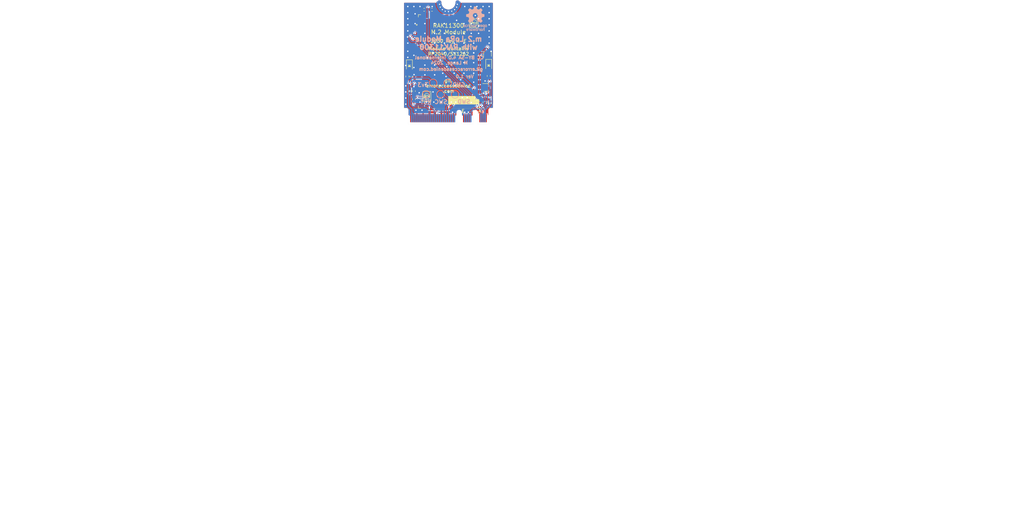
<source format=kicad_pcb>
(kicad_pcb (version 20211014) (generator pcbnew)
  (layers (0 "F.Cu" signal) (31 "B.Cu" signal) (34 "B.Paste" user) (35 "F.Paste" user) (36 "B.SilkS" user "B.Silkscreen") (37 "F.SilkS" user "F.Silkscreen") (38 "B.Mask" user) (39 "F.Mask" user) (44 "Edge.Cuts" user))
  (net 0 "")
  (net 1 "+3V3")
  (net 2 "/SWDIO")
  (net 3 "GND")
  (net 4 "/SWCLK")
  (net 5 "~{RESET}")
  (net 8 "~{LED2}")
  (net 9 "~{LED1}")
  (net 10 "~{W_DISABLE}")
  (net 14 "/BOOT")
  (net 15 "USB_D-")
  (net 16 "USB_D+")
  (net 19 "Net-(D1-Pad2)")
  (net 20 "Net-(D2-Pad2)")
  (net 26 "Net-(D1-Pad1)")
  (net 27 "Net-(D2-Pad1)")
  (net 32 "/I2C1_SCL")
  (net 34 "Net-(J99-Pad52)")
  (net 38 "/I2C1_SDA")
  (net 52 "Net-(U1-Pad29)")
  (net 53 "Net-(U1-Pad27)")
  (net 54 "unconnected-(U1-Pad30)")
  (footprint "ml-symbols:RAK11300" (layer "F.Cu") (at 141.1 78.5)
    (fp_text reference "U1" hide)
    (fp_text value "RAK11300")
  )
  (footprint "Resistor_SMD:R_0402_1005Metric" (layer "F.Cu") (at 132.5 87.8 90)
    (fp_text reference "R1" hide)
    (fp_text value "22R")
  )
  (footprint "Capacitor_SMD:C_0402_1005Metric" (layer "F.Cu") (at 132.5 85.8 90)
    (fp_text reference "C6" hide)
    (fp_text value "0.1uF")
  )
  (footprint "ml-symbols:LED_0603_1608Metric" (layer "F.Cu") (at 150.9 79.4875 -90)
    (fp_text reference "D2" hide)
    (fp_text value "Red")
  )
  (footprint "Capacitor_SMD:C_0603_1608Metric" (layer "F.Cu") (at 150 88.525 -90)
    (fp_text reference "C1" hide)
    (fp_text value "4.7uF")
  )
  (footprint "Capacitor_SMD:C_0402_1005Metric" (layer "F.Cu") (at 151.2 88.8 -90)
    (fp_text reference "C3" hide)
    (fp_text value "0.1uF")
  )
  (footprint "Package_TO_SOT_SMD:SOT-416" (layer "F.Cu") (at 150.6 76.6 90)
    (fp_text reference "Q2" hide)
    (fp_text value "DTC043Z")
  )
  (footprint "Resistor_SMD:R_0402_1005Metric" (layer "F.Cu") (at 131.5 85.81 -90)
    (fp_text reference "R3" hide)
    (fp_text value "10k 1%")
  )
  (footprint "Resistor_SMD:R_0402_1005Metric" (layer "F.Cu") (at 150.9 82.075 90)
    (fp_text reference "R11" hide)
    (fp_text value "xxk")
  )
  (footprint "ml-symbols:m2-padKeyAE" (layer "F.Cu") (at 152 90)
    (fp_text reference "J99" hide)
    (fp_text value "M.2 Socket AE Card Edge" hide)
    (fp_line (start -7.775 4) (end -4.975 4) (layer "Edge.Cuts") (width 0.01))
    (fp_line (start -7.775 4) (end -7.775 1.1) (layer "Edge.Cuts") (width 0.01))
    (fp_line (start -22 0) (end -21.4 0) (layer "Edge.Cuts") (width 0.01))
    (fp_line (start -1.1 4) (end -1.1 0.5) (layer "Edge.Cuts") (width 0.01))
    (fp_line (start 0 0) (end -0.6 0) (layer "Edge.Cuts") (width 0.01))
    (fp_line (start -20.9 4) (end -8.975 4) (layer "Edge.Cuts") (width 0.01))
    (fp_line (start -3.775 4) (end -3.775 1.1) (layer "Edge.Cuts") (width 0.01))
    (fp_line (start -20.9 4) (end -20.9 0.5) (layer "Edge.Cuts") (width 0.01))
    (fp_line (start -8.975 4) (end -8.975 1.1) (layer "Edge.Cuts") (width 0.01))
    (fp_line (start -3.775 4) (end -1.1 4) (layer "Edge.Cuts") (width 0.01))
    (fp_line (start -4.975 4) (end -4.975 1.1) (layer "Edge.Cuts") (width 0.01))
    (fp_arc (start -21.4 0) (mid -21.046447 0.146447) (end -20.9 0.5) (layer "Edge.Cuts") (width 0.01))
    (fp_arc (start -4.975 1.1) (mid -4.375 0.5) (end -3.775 1.1) (layer "Edge.Cuts") (width 0.01))
    (fp_arc (start -1.1 0.5) (mid -0.953553 0.146447) (end -0.6 0) (layer "Edge.Cuts") (width 0.01))
    (fp_arc (start -8.975 1.1) (mid -8.375 0.5) (end -7.775 1.1) (layer "Edge.Cuts") (width 0.01))
  )
  (footprint "ml-symbols:m.2-ngff-outline-copper" (layer "F.Cu") (at 152 90)
    (fp_text reference "J98" hide)
    (fp_text value "m.2-ngff-outline-copper" hide)
    (fp_line (start -22.000007 0) (end -21.999981 -25.826263) (layer "Edge.Cuts") (width 0.01016))
    (fp_line (start -9.199981 -25.999999) (end -0.173202 -26.000761) (layer "Edge.Cuts") (width 0.01016))
    (fp_line (start 0.001778 -25.825755) (end 0 0) (layer "Edge.Cuts") (width 0.01016))
    (fp_line (start -21.825001 -26.001269) (end -12.800025 -25.999999) (layer "Edge.Cuts") (width 0.01016))
    (fp_arc (start -9.199981 -25.999999) (mid -11.000003 -24.199977) (end -12.800025 -25.999999) (layer "Edge.Cuts") (width 0.01016))
    (fp_arc (start -21.999981 -25.826263) (mid -21.948737 -25.950004) (end -21.825003 -26.001267) (layer "Edge.Cuts") (width 0.01016))
    (fp_arc (start -0.1732 -26.000763) (mid -0.049466 -25.949498) (end 0.001778 -25.825755) (layer "Edge.Cuts") (width 0.01016))
  )
  (footprint "Resistor_SMD:R_0402_1005Metric" (layer "F.Cu") (at 130.9 82.2 90)
    (fp_text reference "R10" hide)
    (fp_text value "xxk")
  )
  (footprint "Package_TO_SOT_SMD:SOT-416" (layer "F.Cu") (at 150.3 84.9)
    (fp_text reference "Q1" hide)
    (fp_text value "DTC043Z")
  )
  (footprint "Capacitor_SMD:C_0402_1005Metric" (layer "F.Cu") (at 135.02 65.8 180)
    (fp_text reference "C5" hide)
    (fp_text value "0.1uF")
  )
  (footprint "Capacitor_SMD:C_0402_1005Metric" (layer "F.Cu") (at 131.9 82.22 90)
    (fp_text reference "C2" hide)
    (fp_text value "0.1uF")
  )
  (footprint "Capacitor_SMD:C_0402_1005Metric" (layer "F.Cu") (at 136.96 65.8)
    (fp_text reference "C4" hide)
    (fp_text value "0.1uF")
  )
  (footprint "ml-symbols:LED_0603_1608Metric" (layer "F.Cu") (at 131.4 79.6 -90)
    (fp_text reference "D1" hide)
    (fp_text value "Grn")
  )
  (footprint "TestPoint:TestPoint_Pad_D1.5mm" (layer "B.Cu") (at 139.05 86.6)
    (fp_text reference "TP2" hide)
    (fp_text value "TestPoint_Probe" hide)
  )
  (footprint "TestPoint:TestPoint_Pad_D1.5mm" (layer "B.Cu") (at 137.25 83.8)
    (fp_text reference "TP4" hide)
    (fp_text value "TestPoint_Probe" hide)
  )
  (footprint "TestPoint:TestPoint_Pad_D1.5mm" (layer "B.Cu") (at 135.5 86.6)
    (fp_text reference "TP1" hide)
    (fp_text value "TestPoint_Probe" hide)
  )
  (footprint "Symbol:OSHW-Logo_5.7x6mm_SilkScreen" (layer "B.Cu") (at 147.6 68 180)
    (fp_text reference "REF**" hide)
    (fp_text value "OSHW-Logo_5.7x6mm_SilkScreen" hide)
  )
  (footprint "TestPoint:TestPoint_Pad_D1.5mm" (layer "B.Cu") (at 142.6 86.6)
    (fp_text reference "TP3" hide)
    (fp_text value "TestPoint_Probe" hide)
  )
  (footprint "TestPoint:TestPoint_Pad_D1.5mm" (layer "B.Cu") (at 140.8 83.8)
    (fp_text reference "TP5" hide)
    (fp_text value "TestPoint_Probe" hide)
  )
  (gr_arc (start 143.800017 64.00982) (mid 141.000009 66.809828) (end 138.200001 64.00982) (layer "B.Cu") (width 0.4))
  (gr_rect (start 147.1 87.85) (end 148.5 89) (layer "F.SilkS") (width 0.12) (fill solid))
  (gr_rect (start 147.55 89) (end 141 87.05) (layer "F.SilkS") (width 0.12) (fill solid))
  (gr_text "git.erroraccessdenied.com" (at 141.6 80.4) (layer "B.SilkS") (effects (font (size 0.8 0.8) (thickness 0.2)) (justify mirror)))
  (gr_text "Ver 1.0" (at 145 82.2) (layer "B.SilkS") (effects (font (size 0.8 0.8) (thickness 0.2)) (justify mirror)))
  (gr_text "CC BY-SA 4.0 International\nM Lange, 2024" (at 141.2 78.2) (layer "B.SilkS") (effects (font (size 0.8 0.8) (thickness 0.2)) (justify mirror)))
  (gr_text "m.2 LoRa Module\nwith RAK11300" (at 141 74) (layer "B.SilkS") (effects (font (size 1.25 1.25) (thickness 0.3)) (justify mirror)))
  (gr_text "git.\nerroraccessdenied\n.com" (at 141 84.5) (layer "F.SilkS") (effects (font (size 0.8 0.8))))
  (gr_text "Module contains\nRP2040/SX1262" (at 141 76) (layer "F.SilkS") (effects (font (size 0.8 0.8))))
  (gr_text "RAK11300\nM.2 Module" (at 141 70.5) (layer "F.SilkS") (effects (font (size 1 1))))
  (gr_text "2230 Key A-E" (at 141 73.5) (layer "F.SilkS") (effects (font (size 0.8 0.8) (thickness 0.15) italic)))
  (segment (start 151.1 82.785) (end 150.9 82.585) (width 0.35) (layer "F.Cu") (net 1))
  (segment (start 147.49807 87.8) (end 146.2 87.8) (width 0.35) (layer "F.Cu") (net 1))
  (segment (start 135.75 66.05) (end 135.75 67.175) (width 0.25) (layer "F.Cu") (net 1))
  (segment (start 131.4 85.2) (end 131.5 85.3) (width 0.35) (layer "F.Cu") (net 1))
  (segment (start 150.75 87.75) (end 150.47548 88.02452) (width 0.35) (layer "F.Cu") (net 1))
  (segment (start 147.72259 88.02452) (end 147.49807 87.8) (width 0.35) (layer "F.Cu") (net 1))
  (segment (start 144.1 90.2) (end 144.1 89.875) (width 0.35) (layer "F.Cu") (net 1))
  (segment (start 150.05 87.75) (end 150.75 87.75) (width 0.35) (layer "F.Cu") (net 1))
  (segment (start 131.4 83.9) (end 131.4 85.2) (width 0.35) (layer "F.Cu") (net 1))
  (segment (start 146.2 87.8) (end 145.3 88.7) (width 0.35) (layer "F.Cu") (net 1))
  (segment (start 136.78548 66.10548) (end 136.78548 67.01048) (width 0.35) (layer "F.Cu") (net 1))
  (segment (start 144.4 87.4) (end 145.3 88.3) (width 0.35) (layer "F.Cu") (net 1))
  (segment (start 144.1 89.2) (end 144.1 89.875) (width 0.35) (layer "F.Cu") (net 1))
  (segment (start 136 65.25) (end 136 65.32) (width 0.35) (layer "F.Cu") (net 1))
  (segment (start 136 65.3) (end 135.5 65.8) (width 0.35) (layer "F.Cu") (net 1))
  (segment (start 147.2 87.50193) (end 147.49807 87.8) (width 0.35) (layer "F.Cu") (net 1))
  (segment (start 131.4 83.1) (end 131.01 82.71) (width 0.35) (layer "F.Cu") (net 1))
  (segment (start 131.01 82.71) (end 130.9 82.71) (width 0.35) (layer "F.Cu") (net 1))
  (segment (start 144.6 88.7) (end 144.1 89.2) (width 0.35) (layer "F.Cu") (net 1))
  (segment (start 147.2 85) (end 147.2 87.50193) (width 0.35) (layer "F.Cu") (net 1))
  (segment (start 151.1 83.4) (end 151.1 82.785) (width 0.35) (layer "F.Cu") (net 1))
  (segment (start 136 65.32) (end 136.78548 66.10548) (width 0.35) (layer "F.Cu") (net 1))
  (segment (start 151.2 87.4) (end 151.2 88.2) (width 0.35) (layer "F.Cu") (net 1))
  (segment (start 131.4 83.1) (end 131.8 82.7) (width 0.35) (layer "F.Cu") (net 1))
  (segment (start 136 65.25) (end 136 65.3) (width 0.35) (layer "F.Cu") (net 1))
  (segment (start 150 87.8) (end 150.05 87.75) (width 0.35) (layer "F.Cu") (net 1))
  (segment (start 136.78548 67.01048) (end 136.95 67.175) (width 0.35) (layer "F.Cu") (net 1))
  (segment (start 145.3 90.4) (end 145.3 89.875) (width 0.35) (layer "F.Cu") (net 1))
  (segment (start 145.3 88.7) (end 144.6 88.7) (width 0.35) (layer "F.Cu") (net 1))
  (segment (start 151.2 88.2) (end 150.75 87.75) (width 0.35) (layer "F.Cu") (net 1))
  (segment (start 131.8 82.7) (end 131.9 82.7) (width 0.35) (layer "F.Cu") (net 1))
  (segment (start 150.47548 88.02452) (end 147.72259 88.02452) (width 0.35) (layer "F.Cu") (net 1))
  (segment (start 135.8 67.125) (end 135.75 67.175) (width 0.25) (layer "F.Cu") (net 1))
  (segment (start 131.4 83.1) (end 131.4 83.9) (width 0.35) (layer "F.Cu") (net 1))
  (segment (start 145.3 88.3) (end 145.3 88.7) (width 0.35) (layer "F.Cu") (net 1))
  (segment (start 135.5 65.8) (end 135.75 66.05) (width 0.25) (layer "F.Cu") (net 1))
  (segment (start 145.3 88.7) (end 145.3 89.875) (width 0.35) (layer "F.Cu") (net 1))
  (via (at 144.4 87.4) (size 0.55) (drill 0.35) (layers "F.Cu" "B.Cu") (net 1))
  (via (at 136 65.25) (size 0.55) (drill 0.35) (layers "F.Cu" "B.Cu") (net 1))
  (via (at 147.2 85) (size 0.55) (drill 0.35) (layers "F.Cu" "B.Cu") (net 1))
  (via (at 151.1 83.4) (size 0.55) (drill 0.35) (layers "F.Cu" "B.Cu") (net 1))
  (via (at 151.2 87.4) (size 0.55) (drill 0.35) (layers "F.Cu" "B.Cu") (net 1))
  (via (at 131.4 83.9) (size 0.55) (drill 0.35) (layers "F.Cu" "B.Cu") (net 1))
  (segment (start 144.4 87.4) (end 144.4 87.6) (width 0.35) (layer "B.Cu") (net 1))
  (segment (start 132.5 91.5) (end 132 91) (width 0.35) (layer "B.Cu") (net 1))
  (segment (start 151.2 89.2) (end 150 90.4) (width 0.35) (layer "B.Cu") (net 1))
  (segment (start 137.25 83.8) (end 138.65 85.2) (width 0.35) (layer "B.Cu") (net 1))
  (segment (start 132 90.25) (end 131.200481 89.450481) (width 0.35) (layer "B.Cu") (net 1))
  (segment (start 131.4 83.4) (end 131.4 83.9) (width 0.35) (layer "B.Cu") (net 1))
  (segment (start 151.2 87.4) (end 151.2 83.5) (width 0.35) (layer "B.Cu") (net 1))
  (segment (start 151.2 83.5) (end 151.1 83.4) (width 0.35) (layer "B.Cu") (net 1))
  (segment (start 138.65 85.2) (end 143.2 85.2) (width 0.35) (layer "B.Cu") (net 1))
  (segment (start 131.200481 89.450481) (end 131.200481 84.099519) (width 0.35) (layer "B.Cu") (net 1))
  (segment (start 144.4 86.4) (end 144.4 87.4) (width 0.35) (layer "B.Cu") (net 1))
  (segment (start 132 91) (end 132 90.25) (width 0.35) (layer "B.Cu") (net 1))
  (segment (start 143.2 85.2) (end 144.4 86.4) (width 0.35) (layer "B.Cu") (net 1))
  (segment (start 137.25 83.8) (end 136.05 82.6) (width 0.35) (layer "B.Cu") (net 1))
  (segment (start 132 92.45) (end 132 91) (width 0.35) (layer "B.Cu") (net 1))
  (segment (start 147.2 85) (end 136 73.8) (width 0.35) (layer "B.Cu") (net 1))
  (segment (start 149.5 91.506168) (end 150.006168 91) (width 0.35) (layer "B.Cu") (net 1))
  (segment (start 131.200481 84.099519) (end 131.4 83.9) (width 0.35) (layer "B.Cu") (net 1))
  (segment (start 149.5 92.45) (end 149.5 91.506168) (width 0.35) (layer "B.Cu") (net 1))
  (segment (start 151.2 87.4) (end 151.2 89.2) (width 0.35) (layer "B.Cu") (net 1))
  (segment (start 132.2 82.6) (end 131.4 83.4) (width 0.35) (layer "B.Cu") (net 1))
  (segment (start 132.5 92.45) (end 132.5 91.5) (width 0.35) (layer "B.Cu") (net 1))
  (segment (start 136 73.8) (end 136 65.25) (width 0.35) (layer "B.Cu") (net 1))
  (segment (start 150 90.4) (end 150 92.45) (width 0.35) (layer "B.Cu") (net 1))
  (segment (start 136.05 82.6) (end 132.2 82.6) (width 0.35) (layer "B.Cu") (net 1))
  (segment (start 142.8 88.5) (end 142.8 89.775) (width 0.25) (layer "F.Cu") (net 2))
  (segment (start 142.8 89.775) (end 142.9 89.875) (width 0.25) (layer "F.Cu") (net 2))
  (via (at 142.8 88.5) (size 0.55) (drill 0.35) (layers "F.Cu" "B.Cu") (net 2))
  (segment (start 142.6 86.6) (end 142.6 88.3) (width 0.25) (layer "B.Cu") (net 2))
  (segment (start 141 92.45) (end 141 90.3) (width 0.25) (layer "B.Cu") (net 2))
  (segment (start 142.6 88.3) (end 142.8 88.5) (width 0.25) (layer "B.Cu") (net 2))
  (segment (start 141 90.3) (end 142.8 88.5) (width 0.25) (layer "B.Cu") (net 2))
  (segment (start 132.8 69.2) (end 132.8 66.8) (width 0.25) (layer "F.Cu") (net 3))
  (segment (start 142.25 91.25) (end 142.25 92.45) (width 0.25) (layer "F.Cu") (net 3))
  (segment (start 130.5 89) (end 130.5 84.5) (width 0.25) (layer "F.Cu") (net 3))
  (segment (start 151.4 84.2) (end 150.9 84.2) (width 0.25) (layer "F.Cu") (net 3))
  (segment (start 148.475 72.8) (end 146.55 72.8) (width 0.25) (layer "F.Cu") (net 3))
  (segment (start 132.5 79.9) (end 132.17452 79.57452) (width 0.25) (layer "F.Cu") (net 3))
  (segment (start 142.4 76.4) (end 142.4 78.8) (width 0.25) (layer "F.Cu") (net 3))
  (segment (start 151 65.4) (end 151 65) (width 0.25) (layer "F.Cu") (net 3))
  (segment (start 151.8 83.4) (end 151.8 87.97307) (width 0.25) (layer "F.Cu") (net 3))
  (segment (start 150.2 85.4) (end 150.325489 85.274511) (width 0.25) (layer "F.Cu") (net 3))
  (segment (start 150.325489 85.274511) (end 150.325489 83.625489) (width 0.25) (layer "F.Cu") (net 3))
  (segment (start 139.6 81.4) (end 139.6 80.8) (width 0.25) (layer "F.Cu") (net 3))
  (segment (start 131.5 90) (end 130.5 89) (width 0.25) (layer "F.Cu") (net 3))
  (segment (start 136.650489 64.650489) (end 134.349511 64.650489) (width 0.25) (layer "F.Cu") (net 3))
  (segment (start 151.8 78) (end 151.8 83.4) (width 0.25) (layer "F.Cu") (net 3))
  (segment (start 144.8 76.4) (end 147.2 76.4) (width 0.25) (layer "F.Cu") (net 3))
  (segment (start 133 90.7) (end 133.3 91) (width 0.25) (layer "F.Cu") (net 3))
  (segment (start 136.25 91.25) (end 136.25 92.45) (width 0.25) (layer "F.Cu") (net 3))
  (segment (start 135.7 89.875) (end 135.675 89.85) (width 0.25) (layer "F.Cu") (net 3))
  (segment (start 140.8 79.8) (end 140.6 79.8) (width 0.25) (layer "F.Cu") (net 3))
  (segment (start 142.9 68.25) (end 146.5 68.25) (width 0.25) (layer "F.Cu") (net 3))
  (segment (start 140 76.4) (end 140 69) (width 0.25) (layer "F.Cu") (net 3))
  (segment (start 147.2 83.6) (end 140 76.4) (width 0.25) (layer "F.Cu") (net 3))
  (segment (start 151.2 89.3) (end 150 89.3) (width 0.25) (layer "F.Cu") (net 3))
  (segment (start 131.9 81.74) (end 131.9 81.130799) (width 0.25) (layer "F.Cu") (net 3))
  (segment (start 147.2 83.6) (end 147.2 76.4) (width 0.25) (layer "F.Cu") (net 3))
  (segment (start 130.5 79.5) (end 130.5 78) (width 0.25) (layer "F.Cu") (net 3))
  (segment (start 151.5 74.5) (end 151.5 76) (width 0.25) (layer "F.Cu") (net 3))
  (segment (start 134.54 65.8) (end 134.54 65.54) (width 0.25) (layer "F.Cu") (net 3))
  (segment (start 139.25 92.45) (end 139.25 91.125978) (width 0.25) (layer "F.Cu") (net 3))
  (segment (start 139.2 81.8) (end 137.6 81.8) (width 0.25) (layer "F.Cu") (net 3))
  (segment (start 146.55 67.175) (end 147.425 67.175) (width 0.25) (layer "F.Cu") (net 3))
  (segment (start 138.15 68.15) (end 138.15 67.175) (width 0.25) (layer "F.Cu") (net 3))
  (segment (start 147.57596 88.52404) (end 149.42404 88.52404) (width 0.25) (layer "F.Cu") (net 3))
  (segment (start 135.8 77.6) (end 140.4 82.2) (width 0.25) (layer "F.Cu") (net 3))
  (segment (start 134.75 91.15) (end 134.75 92.45) (width 0.25) (layer "F.Cu") (net 3))
  (segment (start 135.7 89.875) (end 135.7 88.5) (width 0.25) (layer "F.Cu") (net 3))
  (segment (start 142.95 67.175) (end 142.95 66.55) (width 0.25) (layer "F.Cu") (net 3))
  (segment (start 151.1 77.25) (end 151.1 77.8) (width 0.25) (layer "F.Cu") (net 3))
  (segment (start 146.5 89.6) (end 147.57596 88.52404) (width 0.25) (layer "F.Cu") (net 3))
  (segment (start 134.5 90.5) (end 134 91) (width 0.25) (layer "F.Cu") (net 3))
  (segment (start 142.9 68.25) (end 138.25 68.25) (width 0.25) (layer "F.Cu") (net 3))
  (segment (start 144.8 76.4) (end 137.2 76.4) (width 0.25) (layer "F.Cu") (net 3))
  (segment (start 151.8 88.70693) (end 151.8 88.8) (width 0.25) (layer "F.Cu") (net 3))
  (segment (start 132.5 84.7) (end 132.006485 84.206485) (width 0.25) (layer "F.Cu") (net 3))
  (segment (start 131.75 90) (end 131.5 90) (width 0.25) (layer "F.Cu") (net 3))
  (segment (start 137.2 76.4) (end 135.2 78.4) (width 0.25) (layer "F.Cu") (net 3))
  (segment (start 146.5 89.875) (end 146.825 90.2) (width 0.25) (layer "F.Cu") (net 3))
  (segment (start 134.5 90.9) (end 134.75 91.15) (width 0.25) (layer "F.Cu") (net 3))
  (segment (start 137.6 81.8) (end 137.6 79.4) (width 0.25) (layer "F.Cu") (net 3))
  (segment (start 137.6 83) (end 137.6 81.8) (width 0.25) (layer "F.Cu") (net 3))
  (segment (start 144.8 69.2) (end 147.8 69.2) (width 0.25) (layer "F.Cu") (net 3))
  (segment (start 132.8 66.8) (end 134.2 66.8) (width 0.25) (layer "F.Cu") (net 3))
  (segment (start 134.349511 64.650489) (end 134 65) (width 0.25) (layer "F.Cu") (net 3))
  (segment (start 137.44 65.8) (end 137.44 65.44) (width 0.25) (layer "F.Cu") (net 3))
  (segment (start 151 65) (end 151 74) (width 0.25) (layer "F.Cu") (net 3))
  (segment (start 139.6 80.8) (end 140.6 79.8) (width 0.25) (layer "F.Cu") (net 3))
  (segment (start 135.2 74) (end 144.8 74) (width 0.25) (layer "F.Cu") (net 3))
  (segment (start 150.325489 83.625489) (end 150 83.3) (width 0.25) (layer "F.Cu") (net 3))
  (segment (start 145.5 65) (end 146.55 66.05) (width 0.25) (layer "F.Cu") (net 3))
  (segment (start 150.25 89.35) (end 150.25 92.45) (width 0.25) (layer "F.Cu") (net 3))
  (segment (start 135.4 84.6) (end 135.4 84.2) (width 0.25) (layer "F.Cu") (net 3))
  (segment (start 136.5 91) (end 136.25 91.25) (width 0.25) (layer "F.Cu") (net 3))
  (segment (start 151.5 76) (end 151.5 76.85) (width 0.25) (layer "F.Cu") (net 3))
  (segment (start 132.5 85.32) (end 132.5 84.7) (width 0.25) (layer "F.Cu") (net 3))
  (segment (start 145.9005 90.975498) (end 146.5 90.375998) (width 0.25) (layer "F.Cu") (net 3))
  (segment (start 140.75 91.125978) (end 140.750489 91.125489) (width 0.25) (layer "F.Cu") (net 3))
  (segment (start 146.5 68.25) (end 146.55 68.2) (width 0.25) (layer "F.Cu") (net 3))
  (segment (start 132.5 85.32) (end 132.68 85.5) (width 0.25) (layer "F.Cu") (net 3))
  (segment (start 140.6 79.8) (end 137.2 76.4) (width 0.25) (layer "F.Cu") (net 3))
  (segment (start 140.6 91.1) (end 140.75 91.25) (width 0.25) (layer "F.Cu") (net 3))
  (segment (start 131.9 81.74) (end 132.54 81.74) (width 0.25) (layer "F.Cu") (net 3))
  (segment (start 134.75 89.85) (end 134.75 92.45) (width 0.25) (layer "F.Cu") (net 3))
  (segment (start 149.6 86.3) (end 149.65 86.25) (width 0.25) (layer "F.Cu") (net 3))
  (segment (start 135.2 69.2) (end 131 65) (width 0.25) (layer "F.Cu") (net 3))
  (segment (start 147.2 74) (end 147.2 76.4) (width 0.25) (layer "F.Cu") (net 3))
  (segment (start 138.8 84.2) (end 139 84.4) (width 0.25) (layer "F.Cu") (net 3))
  (segment (start 150.96202 77.93798) (end 150.418721 77.93798) (width 0.25) (layer "F.Cu") (net 3))
  (segment (start 150.418721 77.93798) (end 149.982141 78.37456) (width 0.25) (layer "F.Cu") (net 3))
  (segment (start 135.2 79.4) (end 137.6 79.4) (width 0.25) (layer "F.Cu") (net 3))
  (segment (start 143 68.4) (end 143 69.2) (width 0.25) (layer "F.Cu") (net 3))
  (segment (start 137.624022 91) (end 136.5 91) (width 0.25) (layer "F.Cu") (net 3))
  (segment (start 144.8 71.6) (end 148.4 71.6) (width 0.25) (layer "F.Cu") (net 3))
  (segment (start 148.4 68) (end 148.4 71.6) (width 0.25) (layer "F.Cu") (net 3))
  (segment (start 135.2 77) (end 135.2 74) (width 0.25) (layer "F.Cu") (net 3))
  (segment (start 144.8 71.6) (end 135.2 71.6) (width 0.25) (layer "F.Cu") (net 3))
  (segment (start 142.4 78.8) (end 139.6 78.8) (width 0.25) (layer "F.Cu") (net 3))
  (segment (start 140.4 82.2) (end 141.6 82.2) (width 0.25) (layer "F.Cu") (net 3))
  (segment (start 140.750489 91.125489) (end 142.125489 91.125489) (width 0.25) (layer "F.Cu") (net 3))
  (segment (start 138.15 66.05) (end 137.9 65.8) (width 0.25) (layer "F.Cu") (net 3))
  (segment (start 147.9 90.2) (end 148.75 91.05) (width 0.25) (layer "F.Cu") (net 3))
  (segment (start 136.25 92.45) (end 136.25 91.125978) (width 0.25) (layer "F.Cu") (net 3))
  (segment (start 146.55 66.05) (end 146.55 67.175) (width 0.25) (layer "F.Cu") (net 3))
  (segment (start 141.6 78.8) (end 140.6 79.8) (width 0.25) (layer "F.Cu") (net 3))
  (segment (start 142.4 78.8) (end 141.6 78.8) (width 0.25) (layer "F.Cu") (net 3))
  (segment (start 149.42404 88.52404) (end 150.25 89.35) (width 0.25) (layer "F.Cu") (net 3))
  (segment (start 132.54 80.86) (end 132.54 80.04) (width 0.25) (layer "F.Cu") (net 3))
  (segment (start 138.15 67.175) (end 138.15 68.65) (width 0.25) (layer "F.Cu") (net 3))
  (segment (start 146.6 71.6) (end 146.6 73.4) (width 0.25) (layer "F.Cu") (net 3))
  (segment (start 151.8 87.97307) (end 151.83452 88.00759) (width 0.25) (layer "F.Cu") (net 3))
  (segment (start 135.2 78.4) (end 135.2 79.4) (width 0.25) (layer "F.Cu") (net 3))
  (segment (start 139.25 92.45) (end 139.25 89.925) (width 0.25) (layer "F.Cu") (net 3))
  (segment (start 151.83452 88.00759) (end 151.83452 88.67241) (width 0.25) (layer "F.Cu") (net 3))
  (segment (start 150.25 90.25) (end 150.25 91.25) (width 0.25) (layer "F.Cu") (net 3))
  (segment (start 134.54 65.54) (end 134 65) (width 0.25) (layer "F.Cu") (net 3))
  (segment (start 146.55 68.2) (end 146.55 67.175) (width 0.25) (layer "F.Cu") (net 3))
  (segment (start 139.6 81.4) (end 139.2 81.8) (width 0.25) (layer "F.Cu") (net 3))
  (segment (start 144.6 86) (end 145.8 84.8) (width 0.25) (layer "F.Cu") (net 3))
  (segment (start 139.275978 91.1) (end 140.6 91.1) (width 0.25) (layer "F.Cu") (net 3))
  (segment (start 131 74) (end 131 65) (width 0.25) (layer "F.Cu") (net 3))
  (segment (start 139.3 88.5) (end 139.3 89.875) (width 0.25) (layer "F.Cu") (net 3))
  (segment (start 137.6 69.2) (end 137.6 76) (width 0.25) (layer "F.Cu") (net 3))
  (segment (start 139 84.4) (end 137.6 83) (width 0.25) (layer "F.Cu") (net 3))
  (segment (start 148.475 71.675) (end 148.4 71.6) (width 0.25) (layer "F.Cu") (net 3))
  (segment (start 138.15 68.65) (end 137.6 69.2) (width 0.25) (layer "F.Cu") (net 3))
  (segment (start 150.9 84.2) (end 150 83.3) (width 0.25) (layer "F.Cu") (net 3))
  (segment (start 142.4 69) (end 143 68.4) (width 0.25) (layer "F.Cu") (net 3))
  (segment (start 132.54 83.06) (end 132.54 81.74) (width 0.25) (layer "F.Cu") (net 3))
  (segment (start 137.44 65.44) (end 137 65) (width 0.25) (layer "F.Cu") (net 3))
  (segment (start 151.83452 88.67241) (end 151.8 88.70693) (width 0.25) (layer "F.Cu") (net 3))
  (segment (start 141 86) (end 142.6 84.4) (width 0.25) (layer "F.Cu") (net 3))
  (segment (start 144.8 82.2) (end 144 83) (width 0.25) (layer "F.Cu") (net 3))
  (segment (start 151.1 77.3) (end 151.8 78) (width 0.25) (layer "F.Cu") (net 3))
  (segment (start 133.8 86.2) (end 135.4 84.6) (width 0.25) (layer "F.Cu") (net 3))
  (segment (start 131.75 92.45) (end 131.75 90.95) (width 0.25) (layer "F.Cu") (net 3))
  (segment (start 151.5 76.85) (end 151.1 77.25) (width 0.25) (layer "F.Cu") (net 3))
  (segment (start 151 74) (end 151.5 74.5) (width 0.25) (layer "F.Cu") (net 3))
  (segment (start 133.3 85.5) (end 133.8 86) (width 0.25) (layer "F.Cu") (net 3))
  (segment (start 130.2 84.2) (end 130.2 79.8) (width 0.25) (layer "F.Cu") (net 3))
  (segment (start 133.8 86) (end 133.8 86.2) (width 0.25) (layer "F.Cu") (net 3))
  (segment (start 132.8 69.2) (end 143 69.2) (width 0.25) (layer "F.Cu") (net 3))
  (segment (start 151.2 89.3) (end 150.25 90.25) (width 0.25) (layer "F.Cu") (net 3))
  (segment (start 135.7 89.875) (end 135.7 90.9) (width 0.25) (layer "F.Cu") (net 3))
  (segment (start 132.5 80) (end 132.5 79.9) (width 0.25) (layer "F.Cu") (net 3))
  (segment (start 136.124022 91) (end 135.8 91) (width 0.25) (layer "F.Cu") (net 3))
  (segment (start 151.3 89.3) (end 151.2 89.3) (width 0.25) (layer "F.Cu") (net 3))
  (segment (start 137.75 91.125978) (end 137.624022 91) (width 0.25) (layer "F.Cu") (net 3))
  (segment (start 132.006485 84.206485) (end 132.006485 83.593515) (width 0.25) (layer "F.Cu") (net 3))
  (segment (start 146.55 72.8) (end 146.55 67.175) (width 0.25) (layer "F.Cu") (net 3))
  (segment (start 135.2 74) (end 135.2 84) (width 0.25) (layer "F.Cu") (net 3))
  (segment (start 139.25 89.925) (end 139.3 89.875) (width 0.25) (layer "F.Cu") (net 3))
  (segment (start 134.5 90.5) (end 134.5 90.9) (width 0.25) (layer "F.Cu") (net 3))
  (segment (start 148.475 72.8) (end 148.475 71.675) (width 0.25) (layer "F.Cu") (net 3))
  (segment (start 151.1 77.25) (end 151.1 77.3) (width 0.25) (layer "F.Cu") (net 3))
  (segment (start 145.6 84.8) (end 145.8 84.8) (width 0.25) (layer "F.Cu") (net 3))
  (segment (start 144.2 86) (end 144.6 86) (width 0.25) (layer "F.Cu") (net 3))
  (segment (start 147.2 78.8) (end 142.4 78.8) (width 0.25) (layer "F.Cu") (net 3))
  (segment (start 131 77.5) (end 131 76) (width 0.25) (layer "F.Cu") (net 3))
  (segment (start 135 91) (end 134.5 90.5) (width 0.25) (layer "F.Cu") (net 3))
  (segment (start 151.8 88.8) (end 151.3 89.3) (width 0.25) (layer "F.Cu") (net 3))
  (segment (start 135.2 81.8) (end 137.6 81.8) (width 0.25) (layer "F.Cu") (net 3))
  (segment (start 148.75 91.05) (end 148.75 92.45) (width 0.25) (layer "F.Cu") (net 3))
  (segment (start 135.7 88.5) (end 139.3 88.5) (width 0.25) (layer "F.Cu") (net 3))
  (segment (start 138.15 67.175) (end 138.15 66.05) (width 0.25) (layer "F.Cu") (net 3))
  (segment (start 145 65) (end 151 65) (width 0.25) (layer "F.Cu") (net 3))
  (segment (start 135.8 77.6) (end 135.2 77) (width 0.25) (layer "F.Cu") (net 3))
  (segment (start 144.5 65) (end 145.5 65) (width 0.25) (layer "F.Cu") (net 3))
  (segment (start 137.2 76.4) (end 135.2 74.4) (width 0.25) (layer "F.Cu") (net 3))
  (segment (start 141.6 82.2) (end 142.4 81.4) (width 0.25) (layer "F.Cu") (net 3))
  (segment (start 137.9 65.8) (end 137.44 65.8) (width 0.25) (layer "F.Cu") (net 3))
  (segment (start 140.4 82.2) (end 145.6 87.4) (width 0.25) (layer "F.Cu") (net 3))
  (segment (start 137.6 79.4) (end 137.8 79.4) (width 0.25) (layer "F.Cu") (net 3))
  (segment (start 133 90.5) (end 132.55 90.95) (width 0.25) (layer "F.Cu") (net 3))
  (segment (start 142.6 84.4) (end 144 83) (width 0.25) (layer "F.Cu") (net 3))
  (segment (start 139 84.4) (end 139.2 84.4) (width 0.25) (layer "F.Cu") (net 3))
  (segment (start 139 84.4) (end 137.4 86) (width 0.25) (layer "F.Cu") (net 3))
  (segment (start 140.75 92.45) (end 140.75 91.125978) (width 0.25) (layer "F.Cu") (net 3))
  (segment (start 135.8 91) (end 135 91) (width 0.25) (layer "F.Cu") (net 3))
  (segment (start 137.6 81.8) (end 140 81.8) (width 0.25) (layer "F.Cu") (net 3))
  (segment (start 137.4 86) (end 137.2 86) (width 0.25) (layer "F.Cu") (net 3))
  (segment (start 149.65 85.4) (end 150.2 85.4) (width 0.25) (layer "F.Cu") (net 3))
  (segment (start 142.95 67.175) (end 142.95 68.2) (width 0.25) (layer "F.Cu") (net 3))
  (segment (start 146.5 90.375998) (end 146.5 89.875) (width 0.25) (layer "F.Cu") (net 3))
  (segment (start 132.1708 80.86) (end 132.54 80.86) (width 0.25) (layer "F.Cu") (net 3))
  (segment (start 144.8 69.2) (end 144.8 76.4) (width 0.25) (layer "F.Cu") (net 3))
  (segment (start 137.6 76) (end 137.2 76.4) (width 0.25) (layer "F.Cu") (net 3))
  (segment (start 137.8 79.4) (end 139 78.2) (width 0.25) (layer "F.Cu") (net 3))
  (segment (start 131 65) (end 134 65) (width 0.25) (layer "F.Cu") (net 3))
  (segment (start 147.6 67.2) (end 148.4 68) (width 0.25) (layer "F.Cu") (net 3))
  (segment (start 135.2 74) (end 135.2 69.2) (width 0.25) (layer "F.Cu") (net 3))
  (segment (start 139.2 84.4) (end 140.8 86) (width 0.25) (layer "F.Cu") (net 3))
  (segment (start 150.7 72.8) (end 151 72.5) (width 0.25) (layer "F.Cu") (net 3))
  (segment (start 132.006485 83.593515) (end 132.54 83.06) (width 0.25) (layer "F.Cu") (net 3))
  (segment (start 133 90.5) (end 133 90.7) (width 0.25) (layer "F.Cu") (net 3))
  (segment (start 132.55 90.95) (end 131.75 90.95) (width 0.25) (layer "F.Cu") (net 3))
  (segment (start 144.8 76.4) (end 144.8 82.2) (width 0.25) (layer "F.Cu") (net 3))
  (segment (start 137 65) (end 136.650489 64.650489) (width 0.25) (layer "F.Cu") (net 3))
  (segment (start 140.75 91.25) (end 140.75 92.45) (width 0.25) (layer "F.Cu") (net 3))
  (segment (start 142.125489 91.125489) (end 142.25 91.25) (width 0.25) (layer "F.Cu") (net 3))
  (segment (start 136.25 91.125978) (end 136.124022 91) (width 0.25) (layer "F.Cu") (net 3))
  (segment (start 148.4 68) (end 151 65.4) (width 0.25) (layer "F.Cu") (net 3))
  (segment (start 146.605288 89.907178) (end 146.638739 89.873727) (width 0.25) (layer "F.Cu") (net 3))
  (segment (start 133.3 91) (end 133.25 91.05) (width 0.25) (layer "F.Cu") (net 3))
  (segment (start 147.2 74) (end 144.8 74) (width 0.25) (layer "F.Cu") (net 3))
  (segment (start 132.54 81.74) (end 132.54 80.86) (width 0.25) (layer "F.Cu") (net 3))
  (segment (start 139.25 91.125978) (end 139.275978 91.1) (width 0.25) (layer "F.Cu") (net 3))
  (segment (start 140 81.8) (end 140.4 82.2) (width 0.25) (layer "F.Cu") (net 3))
  (segment (start 137.75 92.45) (end 137.75 91.125978) (width 0.25) (layer "F.Cu") (net 3))
  (segment (start 132.68 85.5) (end 133.3 85.5) (width 0.25) (layer "F.Cu") (net 3))
  (segment (start 140.6 79.8) (end 145.6 84.8) (width 0.25) (layer "F.Cu") (net 3))
  (segment (start 149.65 86.25) (end 149.65 85.4) (width 0.25) (layer "F.Cu") (net 3))
  (segment (start 142.95 66.55) (end 144.5 65) (width 0.25) (layer "F.Cu") (net 3))
  (segment (start 130.5 78) (end 131 77.5) (width 0.25) (layer "F.Cu") (net 3))
  (segment (start 140.8 86) (end 141 86) (width 0.25) (layer "F.Cu") (net 3))
  (segment (start 134 91) (end 133.3 91) (width 0.25) (layer "F.Cu") (net 3))
  (segment (start 151.8 83.4) (end 151.8 83.8) (width 0.25) (layer "F.Cu") (net 3))
  (segment (start 146.6 73.4) (end 147.2 74) (width 0.25) (layer "F.Cu") (net 3))
  (segment (start 147.8 69.2) (end 148.4 69.8) (width 0.25) (layer "F.Cu") (net 3))
  (segment (start 140.4 83) (end 140.4 82.2) (width 0.25) (layer "F.Cu") (net 3))
  (segment (start 151.8 83.8) (end 151.4 84.2) (width 0.25) (layer "F.Cu") (net 3))
  (segment (start 139.6 78.8) (end 139 78.2) (width 0.25) (layer "F.Cu") (net 3))
  (segment (start 146 84.8) (end 147.2 83.6) (width 0.25) (layer "F.Cu") (net 3))
  (segment (start 145.8 84.8) (end 146 84.8) (width 0.25) (layer "F.Cu") (net 3))
  (segment (start 135.4 84.2) (end 137.6 82) (width 0.25) (layer "F.Cu") (net 3))
  (segment (start 132.54 80.04) (end 132.5 80) (width 0.25) (layer "F.Cu") (net 3))
  (segment (start 138.25 68.25) (end 138.15 68.15) (width 0.25) (layer "F.Cu") (net 3))
  (segment (start 143 69.2) (end 144.8 69.2) (width 0.25) (layer "F.Cu") (net 3))
  (segment (start 131.9 81.130799) (end 132.1708 80.86) (width 0.25) (layer "F.Cu") (net 3))
  (segment (start 135.8 91) (end 135.7 90.9) (width 0.25) (layer "F.Cu") (net 3))
  (segment (start 130.5 84.5) (end 130.2 84.2) (width 0.25) (layer "F.Cu") (net 3))
  (segment (start 146.825 90.2) (end 147.9 90.2) (width 0.25) (layer "F.Cu") (net 3))
  (segment (start 134.54 66.46) (end 134.54 65.8) (width 0.25) (layer "F.Cu") (net 3))
  (segment (start 130.2 79.8) (end 130.5 79.5) (width 0.25) (layer "F.Cu") (net 3))
  (segment (start 135.2 74.4) (end 135.2 74) (width 0.25) (layer "F.Cu") (net 3))
  (segment (start 130.57452 79.57452) (end 130.5 79.5) (width 0.25) (layer "F.Cu") (net 3))
  (segment (start 142.4 76.4) (end 142.4 69) (width 0.25) (layer "F.Cu") (net 3))
  (segment (start 132.17452 79.57452) (end 130.57452 79.57452) (width 0.25) (layer "F.Cu") (net 3))
  (segment (start 131 76) (end 131 74) (width 0.25) (layer "F.Cu") (net 3))
  (segment (start 146.5 89.875) (end 146.5 89.6) (width 0.25) (layer "F.Cu") (net 3))
  (segment (start 131.75 90.95) (end 131.75 90) (width 0.25) (layer "F.Cu") (net 3))
  (segment (start 148.475 72.8) (end 150.7 72.8) (width 0.25) (layer "F.Cu") (net 3))
  (segment (start 142.95 68.2) (end 142.9 68.25) (width 0.25) (layer "F.Cu") (net 3))
  (segment (start 135.675 89.85) (end 134.75 89.85) (width 0.25) (layer "F.Cu") (net 3))
  (segment (start 151.1 77.8) (end 150.96202 77.93798) (width 0.25) (layer "F.Cu") (net 3))
  (segment (start 135.2 84) (end 135.4 84.2) (width 0.25) (layer "F.Cu") (net 3))
  (segment (start 135.4 84.2) (end 137.2 86) (width 0.25) (layer "F.Cu") (net 3))
  (segment (start 137.6 82) (end 137.6 81.8) (width 0.25) (layer "F.Cu") (net 3))
  (segment (start 133.25 91.05) (end 133.25 92.45) (width 0.25) (layer "F.Cu") (net 3))
  (segment (start 139 84.4) (end 140.4 83) (width 0.25) (layer "F.Cu") (net 3))
  (segment (start 134.2 66.8) (end 134.54 66.46) (width 0.25) (layer "F.Cu") (net 3))
  (via (at 146.6 71.6) (size 0.55) (drill 0.35) (layers "F.Cu" "B.Cu") (net 3))
  (via (at 151 69.5) (size 0.55) (drill 0.35) (layers "F.Cu" "B.Cu") (net 3))
  (via (at 139.2 88.5) (size 0.55) (drill 0.35) (layers "F.Cu" "B.Cu") (net 3))
  (via (at 144.8 74) (size 0.55) (drill 0.35) (layers "F.Cu" "B.Cu") (net 3))
  (via (at 132.8 69.2) (size 0.55) (drill 0.35) (layers "F.Cu" "B.Cu") (net 3))
  (via (at 147.2 83.6) (size 0.55) (drill 0.35) (layers "F.Cu" "B.Cu") (net 3))
  (via (at 148 65) (size 0.55) (drill 0.35) (layers "F.Cu" "B.Cu") (net 3))
  (via (at 148.4 71.6) (size 0.55) (drill 0.35) (layers "F.Cu" "B.Cu") (net 3))
  (via (at 142 91) (size 0.55) (drill 0.35) (layers "F.Cu" "B.Cu") (net 3))
  (via (at 130.5 79.5) (size 0.55) (drill 0.35) (layers "F.Cu" "B.Cu") (net 3))
  (via (at 132.5 77) (size 0.55) (drill 0.35) (layers "F.Cu" "B.Cu") (net 3))
  (via (at 134 65) (size 0.55) (drill 0.35) (layers "F.Cu" "B.Cu") (net 3))
  (via (at 151 74) (size 0.55) (drill 0.35) (layers "F.Cu" "B.Cu") (net 3))
  (via (at 137.2 76.4) (size 0.55) (drill 0.35) (layers "F.Cu" "B.Cu") (net 3))
  (via (at 142.4 71.6) (size 0.55) (drill 0.35) (layers "F.Cu" "B.Cu") (net 3))
  (via (at 140 76.4) (size 0.55) (drill 0.35) (layers "F.Cu" "B.Cu") (net 3))
  (via (at 137.4 88.5) (size 0.55) (drill 0.35) (layers "F.Cu" "B.Cu") (net 3))
  (via (at 141 86) (size 0.55) (drill 0.35) (layers "F.Cu" "B.Cu") (net 3))
  (via (at 142.4 74) (size 0.55) (drill 0.35) (layers "F.Cu" "B.Cu") (net 3))
  (via (at 137.6 69.2) (size 0.55) (drill 0.35) (layers "F.Cu" "B.Cu") (net 3))
  (via (at 151 71) (size 0.55) (drill 0.35) (layers "F.Cu" "B.Cu") (net 3))
  (via (at 140.6 79.8) (size 0.55) (drill 0.35) (layers "F.Cu" "B.Cu") (net 3))
  (via (at 139 78.2) (size 0.55) (drill 0.35) (layers "F.Cu" "B.Cu") (net 3))
  (via (at 135.2 69.2) (size 0.55) (drill 0.35) (layers "F.Cu" "B.Cu") (net 3))
  (via (at 133 90.5) (size 0.55) (drill 0.35) (layers "F.Cu" "B.Cu") (net 3))
  (via (at 130.5 84.5) (size 0.55) (drill 0.35) (layers "F.Cu" "B.Cu") (net 3))
  (via (at 145.8 84.8) (size 0.55) (drill 0.35) (layers "F.Cu" "B.Cu") (net 3))
  (via (at 135.8 77.6) (size 0.55) (drill 0.35) (layers "F.Cu" "B.Cu") (net 3))
  (via (at 145 65) (size 0.55) (drill 0.35) (layers "F.Cu" "B.Cu") (net 3))
  (via (at 137.6 71.6) (size 0.55) (drill 0.35) (layers "F.Cu" "B.Cu") (net 3))
  (via (at 148.4 68) (size 0.55) (drill 0.35) (layers "F.Cu" "B.Cu") (net 3))
  (via (at 131 68) (size 0.55) (drill 0.35) (layers "F.Cu" "B.Cu") (net 3))
  (via (at 131 76) (size 0.55) (drill 0.35) (layers "F.Cu" "B.Cu") (net 3))
  (via (at 130.5 89) (size 0.55) (drill 0.35) (layers "F.Cu" "B.Cu") (net 3))
  (via (at 133.8 86.2) (size 0.55) (drill 0.35) (layers "F.Cu" "B.Cu") (net 3))
  (via (at 140 71.6) (size 0.55) (drill 0.35) (layers "F.Cu" "B.Cu") (net 3))
  (via (at 147.2 74) (size 0.55) (drill 0.35) (layers "F.Cu" "B.Cu") (net 3))
  (via (at 137.6 79.4) (size 0.55) (drill 0.35) (layers "F.Cu" "B.Cu") (net 3))
  (via (at 140.4 82.2) (size 0.55) (drill 0.35) (layers "F.Cu" "B.Cu") (net 3))
  (via (at 139 84.4) (size 0.55) (drill 0.35) (layers "F.Cu" "B.Cu") (net 3))
  (via (at 151.5 76) (size 0.55) (drill 0.35) (layers "F.Cu" "B.Cu") (net 3))
  (via (at 139.6 81.4) (size 0.55) (drill 0.35) (layers "F.Cu" "B.Cu") (net 3))
  (via (at 147.2 78.8) (size 0.55) (drill 0.35) (layers "F.Cu" "B.Cu") (net 3))
  (via (at 135.2 74) (size 0.55) (drill 0.35) (layers "F.Cu" "B.Cu") (net 3))
  (via (at 147.2 76.4) (size 0.55) (drill 0.35) (layers "F.Cu" "B.Cu") (net 3))
  (via (at 130.93877 72.495592) (size 0.55) (drill 0.35) (layers "F.Cu" "B.Cu") (net 3))
  (via (at 144.8 81.4) (size 0.55) (drill 0.35) (layers "F.Cu" "B.Cu") (net 3))
  (via (at 146.6 69.2) (size 0.55) (drill 0.35) (layers "F.Cu" "B.Cu") (net 3))
  (via (at 143 68.4) (size 0.55) (drill 0.35) (layers "F.Cu" "B.Cu") (net 3))
  (via (at 142.6 84.4) (size 0.55) (drill 0.35) (layers "F.Cu" "B.Cu") (net 3))
  (via (at 134 88.5) (size 0.55) (drill 0.35) (layers "F.Cu" "B.Cu") (net 3))
  (via (at 132.5 84.7) (size 0.55) (drill 0.35) (layers "F.Cu" "B.Cu") (net 3))
  (via (at 142.4 81.4) (size 0.55) (drill 0.35) (layers "F.Cu" "B.Cu") (net 3))
  (via (at 150 83.3) (size 0.55) (drill 0.35) (layers "F.Cu" "B.Cu") (net 3))
  (via (at 148.4 69.8) (size 0.55) (drill 0.35) (layers "F.Cu" "B.Cu") (net 3))
  (via (at 144 83) (size 0.55) (drill 0.35) (layers "F.Cu" "B.Cu") (net 3))
  (via (at 147.2 81.4) (size 0.55) (drill 0.35) (layers "F.Cu" "B.Cu") (net 3))
  (via (at 131 65) (size 0.55) (drill 0.35) (layers "F.Cu" "B.Cu") (net 3))
  (via (at 135.4 84.2) (size 0.55) (drill 0.35) (layers "F.Cu" "B.Cu") (net 3))
  (via (at 137 65) (size 0.55) (drill 0.35) (layers "F.Cu" "B.Cu") (net 3))
  (via (at 142.4 76.4) (size 0.55) (drill 0.35) (layers "F.Cu" "B.Cu") (net 3))
  (via (at 144.8 76.4) (size 0.55) (drill 0.35) (layers "F.Cu" "B.Cu") (net 3))
  (via (at 132.8 66.8) (size 0.55) (drill 0.35) (layers "F.Cu" "B.Cu") (net 3))
  (via (at 147.2 76.4) (size 0.55) (drill 0.35) (layers "F.Cu" "B.Cu") (net 3))
  (via (at 137.6 81.8) (size 0.55) (drill 0.35) (layers "F.Cu" "B.Cu") (net 3))
  (via (at 130.5 86) (size 0.55) (drill 0.35) (layers "F.Cu" "B.Cu") (net 3))
  (via (at 145.9005 90.975498) (size 0.55) (drill 0.35) (layers "F.Cu" "B.Cu") (net 3))
  (via (at 140 69.2) (size 0.55) (drill 0.35) (layers "F.Cu" "B.Cu") (net 3))
  (via (at 131 77.5) (size 0.55) (drill 0.35) (layers "F.Cu" "B.Cu") (net 3))
  (via (at 144.8 71.6) (size 0.55) (drill 0.35) (layers "F.Cu" "B.Cu") (net 3))
  (via (at 146.6 88.6) (size 0.55) (drill 0.35) (layers "F.Cu" "B.Cu") (net 3))
  (via (at 137.6 74) (size 0.55) (drill 0.35) (layers "F.Cu" "B.Cu") (net 3))
  (via (at 131 66.5) (size 0.55) (drill 0.35) (layers "F.Cu" "B.Cu") (net 3))
  (via (at 130.5 87.5) (size 0.55) (drill 0.35) (layers "F.Cu" "B.Cu") (net 3))
  (via (at 149.5 65) (size 0.55) (drill 0.35) (layers "F.Cu" "B.Cu") (net 3))
  (via (at 135.2 71.6) (size 0.55) (drill 0.35) (layers "F.Cu" "B.Cu") (net 3))
  (via (at 147.6 67.2) (size 0.55) (drill 0.35) (layers "F.Cu" "B.Cu") (net 3))
  (via (at 151 65) (size 0.55) (drill 0.35) (layers "F.Cu" "B.Cu") (net 3))
  (via (at 131 74) (size 0.55) (drill 0.35) (layers "F.Cu" "B.Cu") (net 3))
  (via (at 146.5 65) (size 0.55) (drill 0.35) (layers "F.Cu" "B.Cu") (net 3))
  (via (at 132.54 81.74) (size 0.55) (drill 0.35) (layers "F.Cu" "B.Cu") (net 3))
  (via (at 151 72.5) (size 0.55) (drill 0.35) (layers "F.Cu" "B.Cu") (net 3))
  (via (at 132.5 80) (size 0.55) (drill 0.35) (layers "F.Cu" "B.Cu") (net 3))
  (via (at 131 71) (size 0.55) (drill 0.35) (layers "F.Cu" "B.Cu") (net 3))
  (via (at 144.8 78.8) (size 0.55) (drill 0.35) (layers "F.Cu" "B.Cu") (net 3))
  (via (at 140 74) (size 0.55) (drill 0.35) (layers "F.Cu" "B.Cu") (net 3))
  (via (at 137.2 86) (size 0.55) (drill 0.35) (layers "F.Cu" "B.Cu") (net 3))
  (via (at 131 69.5) (size 0.55) (drill 0.35) (layers "F.Cu" "B.Cu") (net 3))
  (via (at 142.4 78.8) (size 0.55) (drill 0.35) (layers "F.Cu" "B.Cu") (net 3))
  (via (at 135.2 81.8) (size 0.55) (drill 0.35) (layers "F.Cu" "B.Cu") (net 3))
  (via (at 145.6 87.4) (size 0.55) (drill 0.35) (layers "F.Cu" "B.Cu") (net 3))
  (via (at 132.5 65) (size 0.55) (drill 0.35) (layers "F.Cu" "B.Cu") (net 3))
  (via (at 151 68) (size 0.55) (drill 0.35) (layers "F.Cu" "B.Cu") (net 3))
  (via (at 135.6 88.5) (size 0.55) (drill 0.35) (layers "F.Cu" "B.Cu") (net 3))
  (via (at 135.2 79.4) (size 0.55) (drill 0.35) (layers "F.Cu" "B.Cu") (net 3))
  (via (at 134.5 90.5) (size 0.55) (drill 0.35) (layers "F.Cu" "B.Cu") (net 3))
  (via (at 149.6 86.3) (size 0.55) (drill 0.35) (layers "F.Cu" "B.Cu") (net 3))
  (via (at 145 91) (size 0.55) (drill 0.35) (layers "F.Cu" "B.Cu") (net 3))
  (via (at 144.8 69.2) (size 0.55) (drill 0.35) (layers "F.Cu" "B.Cu") (net 3))
  (via (at 151 66.5) (size 0.55) (drill 0.35) (layers "F.Cu" "B.Cu") (net 3))
  (segment (start 145.024502 90.975498) (end 145 91) (width 0.25) (layer "B.Cu") (net 3))
  (segment (start 146 91.074998) (end 146 92.45) (width 0.25) (layer "B.Cu") (net 3))
  (segment (start 145.9005 90.975498) (end 146 91.074998) (width 0.25) (layer "B.Cu") (net 3))
  (segment (start 145.9005 90.975498) (end 145.024502 90.975498) (width 0.25) (layer "B.Cu") (net 3))
  (segment (start 132.5 84.7) (end 132.5 84.9) (width 0.25) (layer "B.Cu") (net 3))
  (segment (start 132.5 84.9) (end 133.8 86.2) (width 0.25) (layer "B.Cu") (net 3))
  (segment (start 134.5 90.5) (end 133 90.5) (width 0.25) (layer "B.Cu") (net 3))
  (segment (start 134 88.5) (end 139.2 88.5) (width 0.25) (layer "B.Cu") (net 3))
  (segment (start 141.7 88.5) (end 141.7 89.875) (width 0.25) (layer "F.Cu") (net 4))
  (via (at 141.7 88.5) (size 0.55) (drill 0.35) (layers "F.Cu" "B.Cu") (net 4))
  (segment (start 140.5 92.45) (end 140.5 89.7) (width 0.25) (layer "B.Cu") (net 4))
  (segment (start 139.05 86.6) (end 139.8 86.6) (width 0.25) (layer "B.Cu") (net 4))
  (segment (start 139.8 86.6) (end 141.7 88.5) (width 0.25) (layer "B.Cu") (net 4))
  (segment (start 140.5 89.7) (end 141.7 88.5) (width 0.25) (layer "B.Cu") (net 4))
  (segment (start 132.46 86.32) (end 132.5 86.28) (width 0.25) (layer "F.Cu") (net 5))
  (segment (start 132.5 86.28) (end 132.5 87.29) (width 0.25) (layer "F.Cu") (net 5))
  (segment (start 132.5 87.29) (end 133.4 87.29) (width 0.25) (layer "F.Cu") (net 5))
  (segment (start 133.4 87.29) (end 139.19 87.29) (width 0.25) (layer "F.Cu") (net 5))
  (segment (start 140.5 88.6) (end 140.5 89.875) (width 0.25) (layer "F.Cu") (net 5))
  (segment (start 131.5 86.32) (end 132.46 86.32) (width 0.25) (layer "F.Cu") (net 5))
  (segment (start 139.19 87.29) (end 140.5 88.6) (width 0.25) (layer "F.Cu") (net 5))
  (via (at 133.4 87.29) (size 0.55) (drill 0.35) (layers "F.Cu" "B.Cu") (net 5))
  (segment (start 134.81 87.29) (end 135.5 86.6) (width 0.25) (layer "B.Cu") (net 5))
  (segment (start 133.4 87.29) (end 134.81 87.29) (width 0.25) (layer "B.Cu") (net 5))
  (segment (start 150.6 75.95) (end 150.6 75) (width 0.25) (layer "F.Cu") (net 8))
  (via (at 150.6 75) (size 0.55) (drill 0.35) (layers "F.Cu" "B.Cu") (net 8))
  (segment (start 148.846423 90.2) (end 147.2 90.2) (width 0.25) (layer "B.Cu") (net 8))
  (segment (start 146.5 90.9) (end 146.5 92.45) (width 0.25) (layer "B.Cu") (net 8))
  (segment (start 148.6 86.2) (end 150.15048 87.75048) (width 0.25) (layer "B.Cu") (net 8))
  (segment (start 147.2 90.2) (end 146.5 90.9) (width 0.25) (layer "B.Cu") (net 8))
  (segment (start 150.6 75) (end 148.6 77) (width 0.25) (layer "B.Cu") (net 8))
  (segment (start 150.15048 88.895943) (end 148.846423 90.2) (width 0.25) (layer "B.Cu") (net 8))
  (segment (start 148.6 77) (end 148.6 86.2) (width 0.25) (layer "B.Cu") (net 8))
  (segment (start 150.15048 87.75048) (end 150.15048 88.895943) (width 0.25) (layer "B.Cu") (net 8))
  (segment (start 150.349503 86.3) (end 150.95 85.699503) (width 0.25) (layer "F.Cu") (net 9))
  (segment (start 150.95 85.699503) (end 150.95 84.9) (width 0.25) (layer "F.Cu") (net 9))
  (via (at 150.349503 86.3) (size 0.55) (drill 0.35) (layers "F.Cu" "B.Cu") (net 9))
  (segment (start 150.6 86.550497) (end 150.6 89.08214) (width 0.25) (layer "B.Cu") (net 9))
  (segment (start 150.6 89.08214) (end 149 90.68214) (width 0.25) (layer "B.Cu") (net 9))
  (segment (start 149 90.68214) (end 149 92.45) (width 0.25) (layer "B.Cu") (net 9))
  (segment (start 150.349503 86.3) (end 150.6 86.550497) (width 0.25) (layer "B.Cu") (net 9))
  (segment (start 132.605996 83.95803) (end 132.676811 83.95803) (width 0.25) (layer "F.Cu") (net 10))
  (segment (start 133.418781 84.7) (end 133.725 84.7) (width 0.25) (layer "F.Cu") (net 10))
  (segment (start 132.676811 83.95803) (end 133.418781 84.7) (width 0.25) (layer "F.Cu") (net 10))
  (via (at 132.605996 83.95803) (size 0.55) (drill 0.35) (layers "F.Cu" "B.Cu") (net 10))
  (segment (start 135.64952 89.64952) (end 136.5 90.5) (width 0.25) (layer "B.Cu") (net 10))
  (segment (start 131.7 84.652162) (end 131.7 89.1) (width 0.25) (layer "B.Cu") (net 10))
  (segment (start 131.7 89.1) (end 132.24952 89.64952) (width 0.25) (layer "B.Cu") (net 10))
  (segment (start 132.24952 89.64952) (end 135.64952 89.64952) (width 0.25) (layer "B.Cu") (net 10))
  (segment (start 132.605996 83.95803) (end 132.394132 83.95803) (width 0.25) (layer "B.Cu") (net 10))
  (segment (start 136.5 90.5) (end 136.5 92.45) (width 0.25) (layer "B.Cu") (net 10))
  (segment (start 132.394132 83.95803) (end 131.7 84.652162) (width 0.25) (layer "B.Cu") (net 10))
  (segment (start 138.4 90.975498) (end 138.1 90.675498) (width 0.25) (layer "F.Cu") (net 14))
  (segment (start 138.1 90.675498) (end 138.1 89.875) (width 0.25) (layer "F.Cu") (net 14))
  (via (at 138.4 90.975498) (size 0.55) (drill 0.35) (layers "F.Cu" "B.Cu") (net 14))
  (segment (start 139.999511 91.125489) (end 139.999511 92.449511) (width 0.25) (layer "B.Cu") (net 14))
  (segment (start 139.999511 92.449511) (end 140 92.45) (width 0.25) (layer "B.Cu") (net 14))
  (segment (start 138.4 90.975498) (end 139.84952 90.975498) (width 0.25) (layer "B.Cu") (net 14))
  (segment (start 139.84952 90.975498) (end 139.999511 91.125489) (width 0.25) (layer "B.Cu") (net 14))
  (segment (start 132.406802 71.874999) (end 131.964644 72.317157) (width 0.25) (layer "F.Cu") (net 15))
  (segment (start 149.25 92.45) (end 149.25 91.625) (width 0.25) (layer "F.Cu") (net 15))
  (segment (start 148.13746 89.5005) (end 148.35048 89.71352) (width 0.25) (layer "F.Cu") (net 15))
  (segment (start 149.25 90.65) (end 149.25 92.45) (width 0.25) (layer "F.Cu") (net 15))
  (segment (start 133.725 71.5) (end 133.350001 71.874999) (width 0.25) (layer "F.Cu") (net 15))
  (segment (start 133.350001 71.874999) (end 132.406802 71.874999) (width 0.25) (layer "F.Cu") (net 15))
  (segment (start 148.35048 89.75048) (end 149.25 90.65) (width 0.25) (layer "F.Cu") (net 15))
  (segment (start 149.25 91.625) (end 149.275 91.6) (width 0.25) (layer "F.Cu") (net 15))
  (segment (start 148.35048 89.71352) (end 148.35048 89.75048) (width 0.25) (layer "F.Cu") (net 15))
  (segment (start 131.964644 72.317157) (end 131.717157 72.317157) (width 0.25) (layer "F.Cu") (net 15))
  (via (at 132.8 71.6) (size 0.55) (drill 0.35) (layers "F.Cu" "B.Cu") (net 15))
  (via (at 131.717157 72.317157) (size 0.55) (drill 0.35) (layers "F.Cu" "B.Cu") (net 15))
  (via (at 148.13746 89.5005) (size 0.55) (drill 0.35) (layers "F.Cu" "B.Cu") (net 15))
  (segment (start 131.717157 72.388559) (end 131.717157 72.317157) (width 0.25) (layer "B.Cu") (net 15))
  (segment (start 148.13746 89.5005) (end 148.13746 88.873178) (width 0.25) (layer "B.Cu") (net 15))
  (segment (start 148.13746 88.873178) (end 132.896636 73.632354) (width 0.25) (layer "B.Cu") (net 15))
  (segment (start 131.972384 73.632354) (end 131.533332 73.193302) (width 0.25) (layer "B.Cu") (net 15))
  (segment (start 131.533332 72.572384) (end 131.717157 72.388559) (width 0.25) (layer "B.Cu") (net 15))
  (segment (start 131.533332 73.193302) (end 131.533332 72.572384) (width 0.25) (layer "B.Cu") (net 15))
  (segment (start 132.896636 73.632354) (end 131.972384 73.632354) (width 0.25) (layer "B.Cu") (net 15))
  (segment (start 149.75 90.514282) (end 149.75 92.45) (width 0.25) (layer "F.Cu") (net 16))
  (segment (start 132.282843 72.635356) (end 132.282843 72.882843) (width 0.25) (layer "F.Cu") (net 16))
  (segment (start 148.840371 89.240371) (end 148.840371 89.604653) (width 0.25) (layer "F.Cu") (net 16))
  (segment (start 132.593198 72.325001) (end 132.282843 72.635356) (width 0.25) (layer "F.Cu") (net 16))
  (segment (start 133.725 72.7) (end 133.350001 72.325001) (width 0.25) (layer "F.Cu") (net 16))
  (segment (start 149.75 91.625) (end 149.725 91.6) (width 0.25) (layer "F.Cu") (net 16))
  (segment (start 149.75 92.45) (end 149.75 91.625) (width 0.25) (layer "F.Cu") (net 16))
  (segment (start 133.350001 72.325001) (end 132.593198 72.325001) (width 0.25) (layer "F.Cu") (net 16))
  (segment (start 148.840371 89.604653) (end 149.75 90.514282) (width 0.25) (layer "F.Cu") (net 16))
  (via (at 132.282843 72.882843) (size 0.55) (drill 0.35) (layers "F.Cu" "B.Cu") (net 16))
  (via (at 148.840371 89.240371) (size 0.55) (drill 0.35) (layers "F.Cu" "B.Cu") (net 16))
  (segment (start 132.782843 72.882843) (end 132.282843 72.882843) (width 0.25) (layer "B.Cu") (net 16))
  (segment (start 148.840371 89.240371) (end 148.840371 88.940371) (width 0.25) (layer "B.Cu") (net 16))
  (segment (start 148.840371 88.940371) (end 132.782843 72.882843) (width 0.25) (layer "B.Cu") (net 16))
  (segment (start 131.4 80.3875) (end 131.4 80.8) (width 0.25) (layer "F.Cu") (net 19))
  (segment (start 130.9 81.3) (end 130.9 81.69) (width 0.25) (layer "F.Cu") (net 19))
  (segment (start 131.4 80.8) (end 130.9 81.3) (width 0.25) (layer "F.Cu") (net 19))
  (segment (start 150.9 81.565) (end 150.9 80.275) (width 0.25) (layer "F.Cu") (net 20))
  (segment (start 133.725 78.7) (end 131.5125 78.7) (width 0.25) (layer "F.Cu") (net 26))
  (segment (start 131.5125 78.7) (end 131.4 78.8125) (width 0.25) (layer "F.Cu") (net 26))
  (segment (start 149.9 81.4) (end 148.9 82.4) (width 0.25) (layer "F.Cu") (net 27))
  (segment (start 150.9 78.7) (end 149.9 79.7) (width 0.25) (layer "F.Cu") (net 27))
  (segment (start 149.9 79.7) (end 149.9 81.4) (width 0.25) (layer "F.Cu") (net 27))
  (segment (start 148.9 82.4) (end 148.475 82.4) (width 0.25) (layer "F.Cu") (net 27))
  (segment (start 132.5 89) (end 132.5 88.31) (width 0.25) (layer "F.Cu") (net 34))
  (via (at 132.5 89) (size 0.55) (drill 0.35) (layers "F.Cu" "B.Cu") (net 34))
  (segment (start 132.7 89.2) (end 136.175385 89.2) (width 0.25) (layer "B.Cu") (net 34))
  (segment (start 137.5 90.524615) (end 137.5 92.45) (width 0.25) (layer "B.Cu") (net 34))
  (segment (start 132.5 89) (end 132.7 89.2) (width 0.25) (layer "B.Cu") (net 34))
  (segment (start 136.175385 89.2) (end 137.5 90.524615) (width 0.25) (layer "B.Cu") (net 34))
  (segment (start 148.475 81.2) (end 148.784511 81.2) (width 0.25) (layer "F.Cu") (net 52))
  (segment (start 149.44952 80.534991) (end 149.44952 77.90048) (width 0.25) (layer "F.Cu") (net 52))
  (segment (start 149.44952 77.90048) (end 150.1 77.25) (width 0.25) (layer "F.Cu") (net 52))
  (segment (start 148.784511 81.2) (end 149.44952 80.534991) (width 0.25) (layer "F.Cu") (net 52))
  (segment (start 149.65 84.4) (end 148.85 83.6) (width 0.25) (layer "F.Cu") (net 53))
  (segment (start 148.85 83.6) (end 148.475 83.6) (width 0.25) (layer "F.Cu") (net 53))
  (segment (start 148.781219 80) (end 148.475 80) (width 0.25) (layer "F.Cu") (net 54))
  (zone locked (net 3) (net_name "GND") (layers F&B.Cu) (connect_pads (clearance 0)) (min_thickness 0.254) (fill yes (thermal_gap 0.508) (thermal_bridge_width 0.508))
    (polygon (pts (xy 143.8 66.1) (xy 138.2 66.1) (xy 138.2 64) (xy 143.8 64)))
  )
  (zone locked (net 3) (net_name "GND") (layers F&B.Cu) (connect_pads (clearance 0.1)) (min_thickness 0.1) (fill yes (thermal_gap 0.254) (thermal_bridge_width 0.254) (smoothing fillet) (radius 0.5))
    (polygon (pts (xy 152.6 91.85) (xy 129.3 91.85) (xy 129.3 63.4) (xy 152.6 63.4)))
  )
  (zone locked (net 0) (net_name "") (layers F&B.Cu) (connect_pads (clearance 0)) (min_thickness 0.1)
    (keepout (tracks not_allowed) (vias not_allowed) (pads allowed) (copperpour not_allowed) (footprints allowed))
    (fill (thermal_gap 0.2) (thermal_bridge_width 0.2))
    (polygon (pts (xy 151.3 93.9) (xy 129.2 93.9) (xy 129.2 92.7) (xy 151.3 92.7)))
  )
)
</source>
